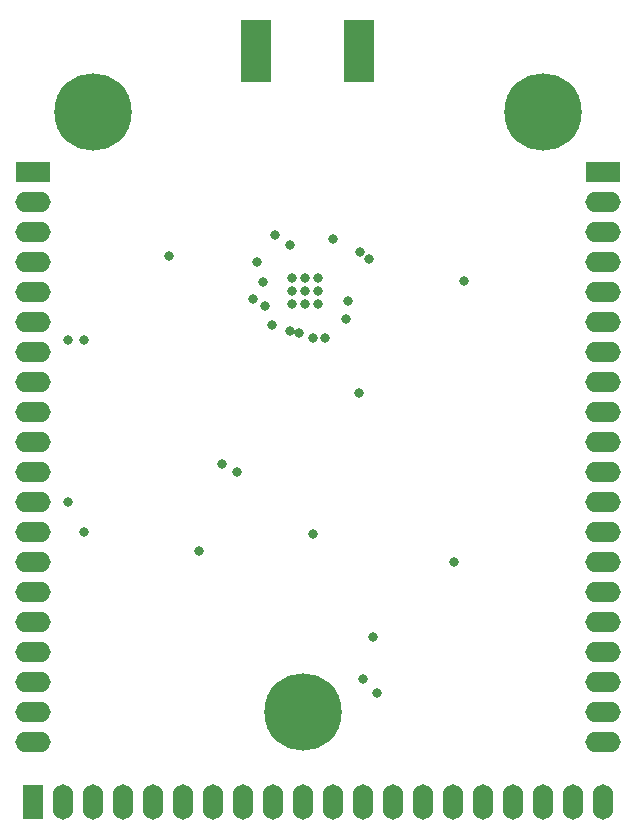
<source format=gbs>
G04 Layer_Color=16711935*
%FSLAX25Y25*%
%MOIN*%
G70*
G01*
G75*
%ADD58R,0.10308X0.20800*%
%ADD59C,0.25800*%
%ADD60O,0.11800X0.06800*%
%ADD61R,0.11800X0.06800*%
%ADD62O,0.06800X0.11800*%
%ADD63R,0.06800X0.11800*%
%ADD64C,0.03200*%
%ADD65C,0.03162*%
D58*
X217254Y359500D02*
D03*
X182746D02*
D03*
D59*
X278500Y339000D02*
D03*
X128500D02*
D03*
X198500Y139000D02*
D03*
D60*
X298500Y129000D02*
D03*
Y139000D02*
D03*
Y149000D02*
D03*
Y159000D02*
D03*
Y169000D02*
D03*
Y179000D02*
D03*
Y189000D02*
D03*
Y199000D02*
D03*
Y209000D02*
D03*
Y219000D02*
D03*
Y229000D02*
D03*
Y239000D02*
D03*
Y249000D02*
D03*
Y259000D02*
D03*
Y269000D02*
D03*
Y279000D02*
D03*
Y289000D02*
D03*
Y299000D02*
D03*
Y309000D02*
D03*
X108500Y129000D02*
D03*
Y139000D02*
D03*
Y149000D02*
D03*
Y159000D02*
D03*
Y169000D02*
D03*
Y179000D02*
D03*
Y189000D02*
D03*
Y199000D02*
D03*
Y209000D02*
D03*
Y219000D02*
D03*
Y229000D02*
D03*
Y239000D02*
D03*
Y249000D02*
D03*
Y259000D02*
D03*
Y269000D02*
D03*
Y279000D02*
D03*
Y289000D02*
D03*
Y299000D02*
D03*
Y309000D02*
D03*
D61*
X298500Y319000D02*
D03*
X108500D02*
D03*
D62*
X298500Y109000D02*
D03*
X288500D02*
D03*
X278500D02*
D03*
X268500D02*
D03*
X258500D02*
D03*
X248500D02*
D03*
X238500D02*
D03*
X228500D02*
D03*
X218500D02*
D03*
X208500D02*
D03*
X198500D02*
D03*
X188500D02*
D03*
X178500D02*
D03*
X168500D02*
D03*
X158500D02*
D03*
X148500D02*
D03*
X138500D02*
D03*
X128500D02*
D03*
X118500D02*
D03*
D63*
X108500D02*
D03*
D64*
X176669Y219000D02*
D03*
X120079Y209055D02*
D03*
X125600Y199222D02*
D03*
X120079Y262992D02*
D03*
X125600Y263000D02*
D03*
X223228Y145276D02*
D03*
X183200Y288980D02*
D03*
X189370Y298031D02*
D03*
X181889Y276771D02*
D03*
X186000Y274469D02*
D03*
X188189Y268110D02*
D03*
X222047Y164173D02*
D03*
X218504Y150000D02*
D03*
X163779Y192913D02*
D03*
X171653Y221654D02*
D03*
X213386Y275984D02*
D03*
X248819Y188976D02*
D03*
X201969Y198425D02*
D03*
X217323Y245276D02*
D03*
X201969Y263779D02*
D03*
X194224Y266076D02*
D03*
X185374Y282343D02*
D03*
X194224Y294752D02*
D03*
X208400Y296900D02*
D03*
X252300Y282900D02*
D03*
X217400Y292500D02*
D03*
X220689Y290200D02*
D03*
X153800Y291000D02*
D03*
X212900Y270000D02*
D03*
X205900Y263800D02*
D03*
X197200Y265500D02*
D03*
D65*
X203476Y275059D02*
D03*
X199146D02*
D03*
X194815D02*
D03*
X203476Y279390D02*
D03*
X199146D02*
D03*
X194815D02*
D03*
X203476Y283720D02*
D03*
X199146D02*
D03*
X194815D02*
D03*
M02*

</source>
